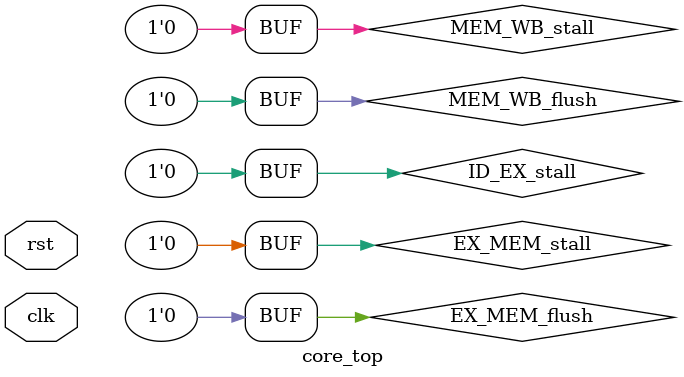
<source format=v>
module core_top #(
    parameter DWIDTH = 32
)(
    input                 clk,
    input                 rst
);

    // Jump type
    localparam [2:0] J_TYPE_NOP = 3'b000,
                     J_TYPE_BEQ = 3'b001,
                     J_TYPE_JAL = 3'b010,
                     J_TYPE_JR  = 3'b011,
                     J_TYPE_J   = 3'b100;

    // ALU Opcode
    localparam [3:0] ALU_OP_AND = 4'b0000,
                     ALU_OP_OR  = 4'b0001,
                     ALU_OP_ADD = 4'b0010,
                     ALU_OP_SUB = 4'b0110,
                     ALU_OP_NOR = 4'b1100,
                     ALU_OP_SLT = 4'b0111,
                     ALU_OP_NOP = 4'b1111;

    // Program Counter signals
    reg  [DWIDTH-1:0] pc;
    wire [DWIDTH-1:0] pc_increment;

    // Decode signals
    reg  [DWIDTH-1:0] instr;
    wire [3:0]        op;
    wire              ssel;
    wire [1:0]        wbsel;
    wire              we_regfile;
    wire              we_dmem;
    wire [2:0]        jump_type;
    wire [25:0]       jump_addr;
    wire [DWIDTH-1:0] imm;
    wire [4:0]        rs1_id;
    wire [4:0]        rs2_id;
    wire [4:0]        rdst_id;
    
    // Regfile signals
    reg  [DWIDTH-1:0] rd;
    wire [DWIDTH-1:0] rs1_out;
    wire [DWIDTH-1:0] rs2_out;

    // ALU signals
    reg  [DWIDTH-1:0] alu_rs1;
    reg  [DWIDTH-1:0] alu_rs2;
    wire [DWIDTH-1:0] alu_out;
    wire              zero;
    wire              overflow;

    // Dmem signals
    wire [DWIDTH-1:0] dmem_out;

    // Pipeline registers
    reg [DWIDTH-1:0] IF_ID_pc;
    reg [DWIDTH-1:0] IF_ID_instr;

    reg [DWIDTH-1:0] ID_EX_pc;
    reg [DWIDTH-1:0] ID_EX_instr;
    reg [3:0]        ID_EX_op;
    reg [3:0]        ID_EX_ssel;
    reg [1:0]        ID_EX_wbsel;
    reg              ID_EX_we_regfile;
    reg              ID_EX_we_dmem;
    reg [2:0]        ID_EX_jump_type;
    reg [25:0]       ID_EX_jump_addr;
    reg [DWIDTH-1:0] ID_EX_imm;
    reg [4:0]        ID_EX_rs1_id;
    reg [4:0]        ID_EX_rs2_id;
    reg [4:0]        ID_EX_rdst_id;
    reg [DWIDTH-1:0] ID_EX_rs1_out;
    reg [DWIDTH-1:0] ID_EX_rs2_out;

    reg [DWIDTH-1:0] EX_MEM_pc;
    reg [DWIDTH-1:0] EX_MEM_instr;
    reg [DWIDTH-1:0] EX_MEM_alu_out;
    reg [1:0]        EX_MEM_wbsel;
    reg              EX_MEM_we_regfile;
    reg              EX_MEM_we_dmem;
    reg [4:0]        EX_MEM_rdst_id;
    reg [DWIDTH-1:0] EX_MEM_rs2_out;

    reg [DWIDTH-1:0] MEM_WB_pc;
    reg [DWIDTH-1:0] MEM_WB_instr;
    reg [DWIDTH-1:0] MEM_WB_rd;
    reg              MEM_WB_we_regfile;
    reg [4:0]        MEM_WB_rdst_id;

    // Hazard detect signals
    wire branch_miss = ((ID_EX_jump_type == J_TYPE_BEQ) && (zero)) || ID_EX_jump_type == J_TYPE_JAL || ID_EX_jump_type == J_TYPE_JR || ID_EX_jump_type == J_TYPE_J;
    wire EX_rs1_data_hazard = (ID_EX_rdst_id == rs1_id   && ID_EX_rdst_id  != 0) && (ID_EX_we_regfile && op != ALU_OP_NOP);
    wire EX_rs2_data_hazard = (ID_EX_rdst_id == rs2_id   && ID_EX_rdst_id  != 0) && (ID_EX_we_regfile && op != ALU_OP_NOP && ssel | we_dmem);
    
    // Hazard control signals
    wire pc_stall = (EX_rs1_data_hazard || EX_rs2_data_hazard) && ID_EX_wbsel == 2'b01;
 
    wire IF_ID_stall = (EX_rs1_data_hazard || EX_rs2_data_hazard) && ID_EX_wbsel == 2'b01;
    wire IF_ID_flush = branch_miss;

    wire ID_EX_stall = 0;
    wire ID_EX_flush = branch_miss || ((EX_rs1_data_hazard || EX_rs2_data_hazard) && ID_EX_wbsel == 2'b01);

    wire EX_MEM_stall = 0;
    wire EX_MEM_flush = 0;

    wire MEM_WB_stall = 0;
    wire MEM_WB_flush = 0;

    reg [1:0] ForwardA;
    reg [1:0] ForwardB;

    always @(*) begin
        if ((EX_MEM_rdst_id == ID_EX_rs1_id && EX_MEM_rdst_id != 0) && (EX_MEM_we_regfile && ID_EX_op != ALU_OP_NOP)) begin
            ForwardA = 2'b01;    
        end
        else begin
            if ((MEM_WB_rdst_id == ID_EX_rs1_id && MEM_WB_rdst_id != 0) && (MEM_WB_we_regfile && ID_EX_op != ALU_OP_NOP)) 
                ForwardA = 2'b10;
            else 
                ForwardA = 2'b00;
        end
    end

    always @(*) begin
        if ((EX_MEM_rdst_id == ID_EX_rs2_id && EX_MEM_rdst_id != 0) && (EX_MEM_we_regfile && ID_EX_op != ALU_OP_NOP && (ID_EX_ssel | ID_EX_we_dmem))) begin
            ForwardB = 2'b01;    
        end
        else begin
            if ((MEM_WB_rdst_id == ID_EX_rs2_id && MEM_WB_rdst_id != 0) && (MEM_WB_we_regfile && ID_EX_op != ALU_OP_NOP && (ID_EX_ssel | ID_EX_we_dmem)))
                ForwardB = 2'b10;
            else 
                ForwardB = 2'b00;
        end
    end
    // Program counter
    assign pc_increment = pc + 4;

    always @(posedge clk) begin
        if (rst)
            pc <= 0;
        else if (pc_stall)
            pc <= pc;
        else if (ID_EX_jump_type == J_TYPE_BEQ && zero) 
            pc <= ID_EX_pc + 'd4 + {ID_EX_imm[29:0], 2'b00};
        else if (ID_EX_jump_type == J_TYPE_JR) 
            pc <= ID_EX_rs1_out;
        else if (ID_EX_jump_type == J_TYPE_JAL || ID_EX_jump_type == J_TYPE_J) 
            pc <= {pc[31:28], ID_EX_jump_addr, 2'b00};
        else
            pc <= pc_increment;
    end
    
    imem imem_inst(
        .addr(pc),
        .rdata(instr)
    );

    // IF/ID pipline registers
    always @(posedge clk) begin
        if (rst) begin
            IF_ID_pc    <= 0;
            IF_ID_instr <= 0;
        end
        else if (IF_ID_stall) begin
            IF_ID_pc    <= IF_ID_pc;
            IF_ID_instr <= IF_ID_instr;
        end
        else if (IF_ID_flush) begin
            IF_ID_pc    <= 0;
            IF_ID_instr <= 0;
        end
        else begin
            IF_ID_pc    <= pc;
            IF_ID_instr <= instr;
        end
    end

    decode decode_inst (
        // input
        .instr(IF_ID_instr),

        // output  
        .op(op),
        .ssel(ssel),
        .wbsel(wbsel),
        .we_regfile(we_regfile),
        .we_dmem(we_dmem),
        .jump_type(jump_type),
        .jump_addr(jump_addr),
        .imm(imm),
        .rs1_id(rs1_id),
        .rs2_id(rs2_id),
        .rdst_id(rdst_id)
    );

    // Regfile
    always @(*) begin
        case (EX_MEM_wbsel)
            2'b00:   rd = EX_MEM_alu_out;
            2'b01:   rd = dmem_out;
            2'b10:   rd = EX_MEM_pc + 'd4;
            default: rd = 0;
        endcase
    end
    wire [DWIDTH-1 : 0] forward_rs1, forward_rs2;
    reg_file reg_file_inst (
        // input
        .clk(clk),
        .rst(rst),

        .rs1_id(rs1_id),
        .rs2_id(rs2_id),
        .forward_rs1_id(ID_EX_rs1_id),
        .forward_rs2_id(ID_EX_rs2_id),

        .we(MEM_WB_we_regfile),
        .rdst_id(MEM_WB_rdst_id),
        .rdst(MEM_WB_rd),

        // output 
        .rs1(rs1_out), // rs
        .rs2(rs2_out), // rt
        .forward_rs1(forward_rs1),
        .forward_rs2(forward_rs2)
    );

    // ID/EX pipline registers
    always @(posedge clk) begin
        if (rst) begin
            ID_EX_pc         <= 0;
            ID_EX_instr      <= 0;
            ID_EX_op         <= 0;
            ID_EX_ssel       <= 0;
            ID_EX_wbsel      <= 0;
            ID_EX_we_regfile <= 0;
            ID_EX_we_dmem    <= 0;
            ID_EX_jump_type  <= 0;
            ID_EX_jump_addr  <= 0;
            ID_EX_imm        <= 0;
            ID_EX_rs1_id     <= 0;
            ID_EX_rs2_id     <= 0;
            ID_EX_rdst_id    <= 0;
            ID_EX_rs1_out    <= 0;
            ID_EX_rs2_out    <= 0;
        end
        else if (ID_EX_stall) begin
            ID_EX_pc         <= ID_EX_pc;
            ID_EX_instr      <= ID_EX_instr;
            ID_EX_op         <= ID_EX_op;
            ID_EX_ssel       <= ID_EX_ssel;
            ID_EX_wbsel      <= ID_EX_wbsel;
            ID_EX_we_regfile <= ID_EX_we_regfile;
            ID_EX_we_dmem    <= ID_EX_we_dmem;
            ID_EX_jump_type  <= ID_EX_jump_type;
            ID_EX_jump_addr  <= ID_EX_jump_addr;
            ID_EX_imm        <= ID_EX_imm;
            ID_EX_rs1_id     <= ID_EX_rs1_id;
            ID_EX_rs2_id     <= ID_EX_rs2_id;
            ID_EX_rdst_id    <= ID_EX_rdst_id;
            ID_EX_rs1_out    <= ID_EX_rs1_out;
            ID_EX_rs2_out    <= ID_EX_rs2_out;
        end
        else if (ID_EX_flush) begin
            ID_EX_pc         <= 0;
            ID_EX_instr      <= 0;
            ID_EX_op         <= 0;
            ID_EX_ssel       <= 0;
            ID_EX_wbsel      <= 0;
            ID_EX_we_regfile <= 0;
            ID_EX_we_dmem    <= 0;
            ID_EX_jump_type  <= 0;
            ID_EX_jump_addr  <= 0;
            ID_EX_imm        <= 0;
            ID_EX_rs1_id     <= 0;
            ID_EX_rs2_id     <= 0;
            ID_EX_rdst_id    <= 0;
            ID_EX_rs1_out    <= 0;
            ID_EX_rs2_out    <= 0;
        end
        else begin
            ID_EX_pc         <= IF_ID_pc;
            ID_EX_instr      <= IF_ID_instr;
            ID_EX_op         <= op;
            ID_EX_ssel       <= ssel;
            ID_EX_wbsel      <= wbsel;
            ID_EX_we_regfile <= we_regfile;
            ID_EX_we_dmem    <= we_dmem;
            ID_EX_jump_type  <= jump_type;
            ID_EX_jump_addr  <= jump_addr;
            ID_EX_imm        <= imm;
            ID_EX_rs1_id     <= rs1_id;
            ID_EX_rs2_id     <= rs2_id;
            ID_EX_rdst_id    <= rdst_id;
            ID_EX_rs1_out    <= rs1_out;
            ID_EX_rs2_out    <= rs2_out;
        end
    end

    // ALU
    always @(*) begin
        if(ForwardA == 2'b01) begin
            alu_rs1 = EX_MEM_alu_out;
        end
        else if(ForwardA == 2'b10) begin
            alu_rs1 = MEM_WB_rd;
        end
        else begin
            alu_rs1 = forward_rs1;
        end
    end

    reg [DWIDTH-1:0] ID_EX_rs2_result;

    always @(*) begin
        if(ForwardB == 2'b01) begin
            ID_EX_rs2_result = EX_MEM_alu_out;
        end
        else if(ForwardB == 2'b10) begin
            ID_EX_rs2_result = MEM_WB_rd;
        end
        else begin
            ID_EX_rs2_result = forward_rs2;
        end
        alu_rs2 = (ID_EX_ssel) ? ID_EX_rs2_result : ID_EX_imm;
    end

    alu alu_inst (
        // input
        .op(ID_EX_op),
        .rs1(alu_rs1),
        .rs2(alu_rs2),

        // output
        .rd(alu_out),
        .zero(zero),
        .overflow(overflow)
    );

    // EX/MEM pipline registers
    always @(posedge clk) begin
        if (rst) begin
            EX_MEM_pc         <= 0;
            EX_MEM_instr      <= 0;
            EX_MEM_alu_out    <= 0;
            EX_MEM_wbsel      <= 0;
            EX_MEM_we_regfile <= 0;
            EX_MEM_we_dmem    <= 0;
            EX_MEM_rdst_id    <= 0;
            EX_MEM_rs2_out    <= 0;
        end
        else if (EX_MEM_stall) begin
            EX_MEM_pc         <= EX_MEM_pc;
            EX_MEM_instr      <= EX_MEM_instr;
            EX_MEM_alu_out    <= EX_MEM_alu_out;
            EX_MEM_wbsel      <= EX_MEM_wbsel;
            EX_MEM_we_regfile <= EX_MEM_we_regfile;
            EX_MEM_we_dmem    <= EX_MEM_we_dmem;
            EX_MEM_rdst_id    <= EX_MEM_rdst_id;
            EX_MEM_rs2_out    <= EX_MEM_rs2_out;
        end
        else if (EX_MEM_flush) begin
            EX_MEM_pc         <= 0;
            EX_MEM_instr      <= 0;
            EX_MEM_alu_out    <= 0;
            EX_MEM_wbsel      <= 0;
            EX_MEM_we_regfile <= 0;
            EX_MEM_we_dmem    <= 0;
            EX_MEM_rdst_id    <= 0;
            EX_MEM_rs2_out    <= 0;
        end
        else begin
            EX_MEM_pc         <= ID_EX_pc;
            EX_MEM_instr      <= ID_EX_instr;
            EX_MEM_alu_out    <= alu_out;
            EX_MEM_wbsel      <= ID_EX_wbsel;
            EX_MEM_we_regfile <= ID_EX_we_regfile;
            EX_MEM_we_dmem    <= ID_EX_we_dmem;
            EX_MEM_rdst_id    <= ID_EX_rdst_id;
            EX_MEM_rs2_out    <= ID_EX_rs2_result;
        end
    end

    // Dmem
    dmem dmem_inst (
        .clk(clk),
        .addr(EX_MEM_alu_out),
        .we(EX_MEM_we_dmem),
        .wdata(EX_MEM_rs2_out),
        .rdata(dmem_out)
    );

    /// EX/MEM pipline registers
    always @(posedge clk) begin
        if (rst) begin
            MEM_WB_pc         <= 0;
            MEM_WB_instr      <= 0;
            MEM_WB_rd         <= 0;
            MEM_WB_we_regfile <= 0;
            MEM_WB_rdst_id    <= 0;
        end
        else if (MEM_WB_stall) begin
            MEM_WB_pc         <= MEM_WB_pc;
            MEM_WB_instr      <= MEM_WB_instr;
            MEM_WB_rd         <= MEM_WB_rd;
            MEM_WB_we_regfile <= MEM_WB_we_regfile;
            MEM_WB_rdst_id    <= MEM_WB_rdst_id;
        end
        else if (MEM_WB_flush) begin
            MEM_WB_pc         <= 0;
            MEM_WB_instr      <= 0;
            MEM_WB_rd         <= 0;
            MEM_WB_we_regfile <= 0;
            MEM_WB_rdst_id    <= 0;
        end
        else begin
            MEM_WB_pc         <= EX_MEM_pc;
            MEM_WB_instr      <= EX_MEM_instr;
            MEM_WB_rd         <= rd;
            MEM_WB_we_regfile <= EX_MEM_we_regfile;
            MEM_WB_rdst_id    <= EX_MEM_rdst_id;
        end
    end
endmodule 
</source>
